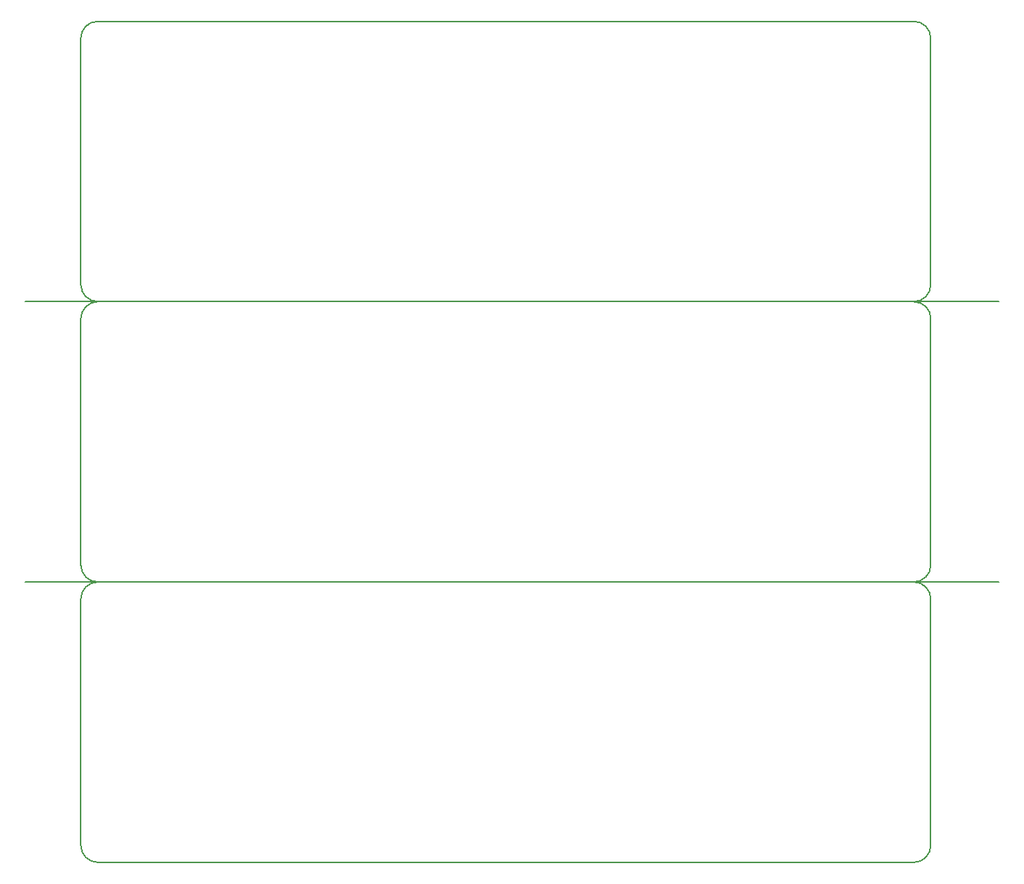
<source format=gbr>
G04 DipTrace 3.2.0.1*
G04 BoardOutline.GBR*
%MOIN*%
G04 #@! TF.FileFunction,Profile*
G04 #@! TF.Part,Single*
%ADD11C,0.005512*%
%FSLAX26Y26*%
G04*
G70*
G90*
G75*
G01*
G04 BoardOutline*
%LPD*%
X78740Y0D2*
D11*
X3858268D1*
G03X3937008Y78740I-2J78742D01*
G01*
Y1220472D1*
G03X3858268Y1299213I-78742J-2D01*
G01*
X78740D1*
G03X0Y1220472I2J-78742D01*
G01*
Y78740D1*
G03X78740Y0I78742J2D01*
G01*
X-258760Y1300000D2*
X4253740D1*
X-258760Y2600000D2*
X4253740D1*
X78740Y1299213D2*
X3858268D1*
G03X3937008Y1377953I-2J78742D01*
G01*
Y2519685D1*
G03X3858268Y2598425I-78742J-2D01*
G01*
X78740D1*
G03X0Y2519685I2J-78742D01*
G01*
Y1377953D1*
G03X78740Y1299213I78742J2D01*
G01*
Y2598425D2*
X3858268D1*
G03X3937008Y2677165I-2J78742D01*
G01*
Y3818898D1*
G03X3858268Y3897638I-78742J-2D01*
G01*
X78740D1*
G03X0Y3818898I2J-78742D01*
G01*
Y2677165D1*
G03X78740Y2598425I78742J2D01*
G01*
M02*

</source>
